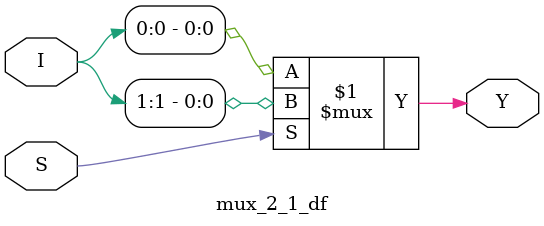
<source format=v>
/***********************************************************
File Name:	mux_2_1_df.v
Author: 	Kevan Thompson
Date:		March 17, 2024
Description: A 2 to 1 mux using the ternary operator

***********************************************************/

module mux_2_1_df(
	input [1:0] I,
    input S,
	output Y
);

assign Y = S ? I[1] : I[0];
    
endmodule
</source>
